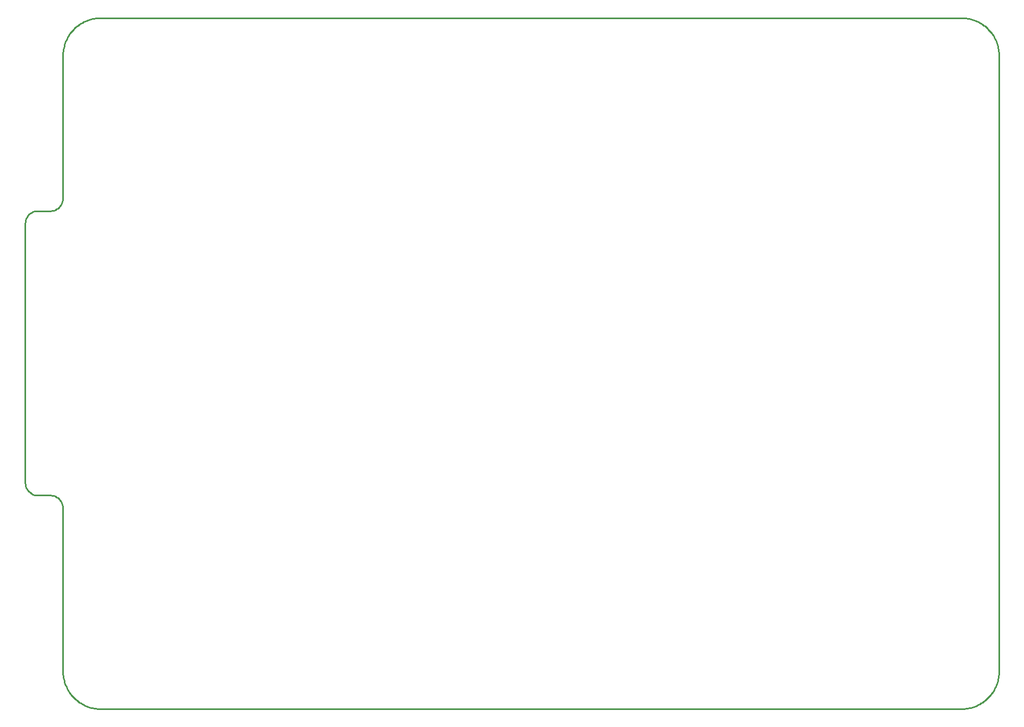
<source format=gko>
G04*
G04 #@! TF.GenerationSoftware,Altium Limited,Altium Designer,20.0.13 (296)*
G04*
G04 Layer_Color=16711935*
%FSLAX25Y25*%
%MOIN*%
G70*
G01*
G75*
%ADD10C,0.01000*%
D10*
X-55118Y312126D02*
X-56146Y312059D01*
X-57156Y311858D01*
X-58131Y311527D01*
X-59055Y311071D01*
X-59912Y310499D01*
X-60686Y309820D01*
X-61365Y309045D01*
X-61937Y308189D01*
X-62393Y307265D01*
X-62724Y306290D01*
X-62925Y305280D01*
X-62992Y304252D01*
X-47244Y312126D02*
X-46216Y312193D01*
X-45206Y312394D01*
X-44231Y312725D01*
X-43307Y313181D01*
X-42451Y313753D01*
X-41676Y314432D01*
X-40997Y315207D01*
X-40425Y316063D01*
X-39969Y316987D01*
X-39638Y317962D01*
X-39437Y318972D01*
X-39370Y320000D01*
Y125984D02*
X-39437Y127012D01*
X-39638Y128022D01*
X-39969Y128998D01*
X-40425Y129921D01*
X-40997Y130778D01*
X-41676Y131552D01*
X-42451Y132231D01*
X-43307Y132803D01*
X-44231Y133259D01*
X-45206Y133590D01*
X-46216Y133791D01*
X-47244Y133858D01*
X-62992Y141732D02*
X-62925Y140705D01*
X-62724Y139694D01*
X-62393Y138719D01*
X-61937Y137795D01*
X-61365Y136939D01*
X-60686Y136164D01*
X-59912Y135485D01*
X-59055Y134913D01*
X-58131Y134458D01*
X-57156Y134127D01*
X-56146Y133926D01*
X-55118Y133858D01*
X547244Y409449D02*
X547223Y410451D01*
X547159Y411452D01*
X547053Y412449D01*
X546904Y413441D01*
X546714Y414426D01*
X546482Y415401D01*
X546209Y416366D01*
X545895Y417318D01*
X545541Y418257D01*
X545147Y419179D01*
X544715Y420084D01*
X544244Y420969D01*
X543737Y421834D01*
X543193Y422677D01*
X542614Y423495D01*
X542001Y424289D01*
X541355Y425055D01*
X540676Y425794D01*
X539967Y426503D01*
X539228Y427181D01*
X538462Y427828D01*
X537669Y428441D01*
X536850Y429020D01*
X536007Y429564D01*
X535142Y430071D01*
X534257Y430542D01*
X533352Y430974D01*
X532430Y431367D01*
X531492Y431721D01*
X530539Y432035D01*
X529574Y432309D01*
X528599Y432541D01*
X527614Y432731D01*
X526622Y432879D01*
X525625Y432986D01*
X524625Y433050D01*
X523622Y433071D01*
Y-0D02*
X524625Y21D01*
X525625Y85D01*
X526622Y191D01*
X527614Y340D01*
X528599Y530D01*
X529574Y762D01*
X530539Y1035D01*
X531492Y1349D01*
X532430Y1703D01*
X533352Y2097D01*
X534257Y2529D01*
X535142Y3000D01*
X536007Y3507D01*
X536850Y4051D01*
X537669Y4630D01*
X538462Y5243D01*
X539228Y5890D01*
X539967Y6568D01*
X540676Y7277D01*
X541355Y8016D01*
X542001Y8782D01*
X542614Y9576D01*
X543193Y10394D01*
X543737Y11237D01*
X544244Y12102D01*
X544715Y12987D01*
X545147Y13892D01*
X545541Y14814D01*
X545895Y15753D01*
X546209Y16705D01*
X546482Y17670D01*
X546714Y18645D01*
X546904Y19630D01*
X547053Y20622D01*
X547159Y21619D01*
X547223Y22619D01*
X547244Y23622D01*
X-39370Y23622D02*
X-39349Y22619D01*
X-39285Y21619D01*
X-39179Y20622D01*
X-39030Y19630D01*
X-38840Y18645D01*
X-38608Y17670D01*
X-38335Y16705D01*
X-38021Y15753D01*
X-37667Y14814D01*
X-37273Y13892D01*
X-36841Y12987D01*
X-36370Y12102D01*
X-35863Y11237D01*
X-35319Y10394D01*
X-34740Y9576D01*
X-34127Y8782D01*
X-33480Y8016D01*
X-32802Y7277D01*
X-32093Y6568D01*
X-31354Y5890D01*
X-30588Y5243D01*
X-29794Y4630D01*
X-28976Y4051D01*
X-28133Y3507D01*
X-27268Y3000D01*
X-26383Y2529D01*
X-25478Y2097D01*
X-24556Y1703D01*
X-23618Y1349D01*
X-22665Y1035D01*
X-21700Y762D01*
X-20725Y530D01*
X-19740Y340D01*
X-18748Y191D01*
X-17751Y85D01*
X-16751Y21D01*
X-15748Y0D01*
Y433071D02*
X-16751Y433050D01*
X-17751Y432986D01*
X-18748Y432879D01*
X-19740Y432731D01*
X-20725Y432541D01*
X-21700Y432309D01*
X-22665Y432035D01*
X-23618Y431721D01*
X-24556Y431367D01*
X-25478Y430974D01*
X-26383Y430542D01*
X-27268Y430071D01*
X-28133Y429564D01*
X-28976Y429020D01*
X-29794Y428441D01*
X-30588Y427828D01*
X-31354Y427181D01*
X-32093Y426503D01*
X-32802Y425794D01*
X-33481Y425055D01*
X-34127Y424289D01*
X-34740Y423495D01*
X-35319Y422677D01*
X-35863Y421834D01*
X-36370Y420969D01*
X-36841Y420084D01*
X-37273Y419179D01*
X-37667Y418256D01*
X-38021Y417318D01*
X-38335Y416366D01*
X-38608Y415401D01*
X-38840Y414426D01*
X-39030Y413441D01*
X-39179Y412449D01*
X-39285Y411452D01*
X-39349Y410451D01*
X-39370Y409449D01*
X-55118Y312126D02*
X-47244D01*
X-39370Y23622D02*
Y125984D01*
X-55118Y133858D02*
X-47244D01*
X-39370Y320000D02*
Y409449D01*
X-62992Y304252D02*
X-62992Y141732D01*
X-15748Y433071D02*
X523622D01*
X-15748Y0D02*
X523622Y-0D01*
X547244Y409449D02*
X547244Y23622D01*
M02*

</source>
